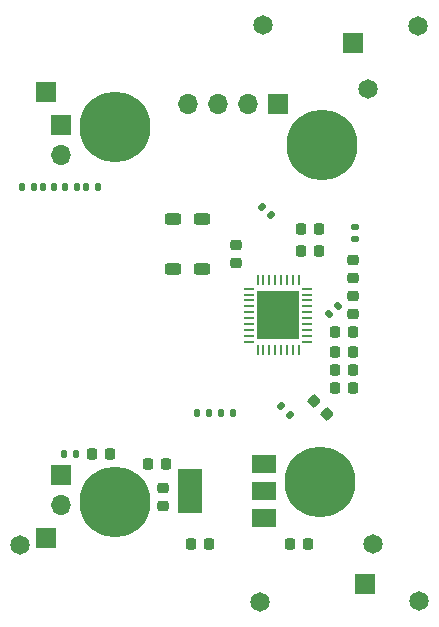
<source format=gbr>
%TF.GenerationSoftware,KiCad,Pcbnew,(6.0.0)*%
%TF.CreationDate,2022-03-11T17:00:34+01:00*%
%TF.ProjectId,CompactMotor,436f6d70-6163-4744-9d6f-746f722e6b69,rev?*%
%TF.SameCoordinates,Original*%
%TF.FileFunction,Soldermask,Bot*%
%TF.FilePolarity,Negative*%
%FSLAX46Y46*%
G04 Gerber Fmt 4.6, Leading zero omitted, Abs format (unit mm)*
G04 Created by KiCad (PCBNEW (6.0.0)) date 2022-03-11 17:00:34*
%MOMM*%
%LPD*%
G01*
G04 APERTURE LIST*
G04 Aperture macros list*
%AMRoundRect*
0 Rectangle with rounded corners*
0 $1 Rounding radius*
0 $2 $3 $4 $5 $6 $7 $8 $9 X,Y pos of 4 corners*
0 Add a 4 corners polygon primitive as box body*
4,1,4,$2,$3,$4,$5,$6,$7,$8,$9,$2,$3,0*
0 Add four circle primitives for the rounded corners*
1,1,$1+$1,$2,$3*
1,1,$1+$1,$4,$5*
1,1,$1+$1,$6,$7*
1,1,$1+$1,$8,$9*
0 Add four rect primitives between the rounded corners*
20,1,$1+$1,$2,$3,$4,$5,0*
20,1,$1+$1,$4,$5,$6,$7,0*
20,1,$1+$1,$6,$7,$8,$9,0*
20,1,$1+$1,$8,$9,$2,$3,0*%
G04 Aperture macros list end*
%ADD10RoundRect,0.147500X0.147500X0.172500X-0.147500X0.172500X-0.147500X-0.172500X0.147500X-0.172500X0*%
%ADD11C,1.650000*%
%ADD12C,6.000000*%
%ADD13R,1.700000X1.700000*%
%ADD14RoundRect,0.135000X-0.135000X-0.185000X0.135000X-0.185000X0.135000X0.185000X-0.135000X0.185000X0*%
%ADD15O,1.700000X1.700000*%
%ADD16RoundRect,0.135000X0.226274X0.035355X0.035355X0.226274X-0.226274X-0.035355X-0.035355X-0.226274X0*%
%ADD17RoundRect,0.225000X0.225000X0.250000X-0.225000X0.250000X-0.225000X-0.250000X0.225000X-0.250000X0*%
%ADD18RoundRect,0.225000X-0.225000X-0.250000X0.225000X-0.250000X0.225000X0.250000X-0.225000X0.250000X0*%
%ADD19RoundRect,0.225000X-0.250000X0.225000X-0.250000X-0.225000X0.250000X-0.225000X0.250000X0.225000X0*%
%ADD20R,2.000000X1.500000*%
%ADD21R,2.000000X3.800000*%
%ADD22RoundRect,0.250000X-0.450000X-0.250000X0.450000X-0.250000X0.450000X0.250000X-0.450000X0.250000X0*%
%ADD23RoundRect,0.135000X-0.185000X0.135000X-0.185000X-0.135000X0.185000X-0.135000X0.185000X0.135000X0*%
%ADD24RoundRect,0.062500X-0.362500X-0.062500X0.362500X-0.062500X0.362500X0.062500X-0.362500X0.062500X0*%
%ADD25RoundRect,0.062500X-0.062500X-0.362500X0.062500X-0.362500X0.062500X0.362500X-0.062500X0.362500X0*%
%ADD26R,3.600000X4.100000*%
%ADD27RoundRect,0.225000X0.335876X0.017678X0.017678X0.335876X-0.335876X-0.017678X-0.017678X-0.335876X0*%
%ADD28RoundRect,0.135000X0.035355X-0.226274X0.226274X-0.035355X-0.035355X0.226274X-0.226274X0.035355X0*%
%ADD29RoundRect,0.225000X0.250000X-0.225000X0.250000X0.225000X-0.250000X0.225000X-0.250000X-0.225000X0*%
G04 APERTURE END LIST*
D10*
%TO.C,D3*%
X3914000Y-9779000D03*
X2944000Y-9779000D03*
%TD*%
%TO.C,D2*%
X7597000Y-9779000D03*
X6627000Y-9779000D03*
%TD*%
%TO.C,D1*%
X19027000Y-28956000D03*
X18057000Y-28956000D03*
%TD*%
D11*
%TO.C,*%
X34798000Y-44831000D03*
%TD*%
D12*
%TO.C, *%
X26543000Y-6223000D03*
%TD*%
%TO.C, *%
X26416000Y-34798000D03*
%TD*%
%TO.C, *%
X9017000Y-4699000D03*
%TD*%
D11*
%TO.C,*%
X21336000Y-44958000D03*
%TD*%
%TO.C,*%
X1016000Y-40132000D03*
%TD*%
%TO.C,*%
X34671000Y3810000D03*
%TD*%
D12*
%TO.C, *%
X9017000Y-36449000D03*
%TD*%
D11*
%TO.C,*%
X21590000Y3937000D03*
%TD*%
%TO.C,REF\u002A\u002A*%
X30480000Y-1524000D03*
%TD*%
%TO.C,*%
X30861000Y-40005000D03*
%TD*%
D13*
%TO.C,J8*%
X3175000Y-39497000D03*
%TD*%
D14*
%TO.C,R1*%
X16000000Y-28956000D03*
X17020000Y-28956000D03*
%TD*%
D13*
%TO.C,J2*%
X4445000Y-4567000D03*
D15*
X4445000Y-7107000D03*
%TD*%
D14*
%TO.C,R6*%
X4697000Y-32385000D03*
X5717000Y-32385000D03*
%TD*%
D16*
%TO.C,R4*%
X23855624Y-29062624D03*
X23134376Y-28341376D03*
%TD*%
D17*
%TO.C,C9*%
X8649000Y-32385000D03*
X7099000Y-32385000D03*
%TD*%
D18*
%TO.C,C12*%
X24752000Y-15240000D03*
X26302000Y-15240000D03*
%TD*%
%TO.C,C2*%
X15481000Y-40005000D03*
X17031000Y-40005000D03*
%TD*%
D17*
%TO.C,C7*%
X29223000Y-23736000D03*
X27673000Y-23736000D03*
%TD*%
D19*
%TO.C,C10*%
X13081000Y-35293000D03*
X13081000Y-36843000D03*
%TD*%
D13*
%TO.C,J7*%
X3175000Y-1778000D03*
%TD*%
D20*
%TO.C,U2*%
X21692000Y-33260000D03*
D21*
X15392000Y-35560000D03*
D20*
X21692000Y-35560000D03*
X21692000Y-37860000D03*
%TD*%
D13*
%TO.C,J6*%
X30226000Y-43434000D03*
%TD*%
%TO.C,J1*%
X22860000Y-2794000D03*
D15*
X20320000Y-2794000D03*
X17780000Y-2794000D03*
X15240000Y-2794000D03*
%TD*%
D14*
%TO.C,R7*%
X4824000Y-9779000D03*
X5844000Y-9779000D03*
%TD*%
D17*
%TO.C,C11*%
X13348000Y-33274000D03*
X11798000Y-33274000D03*
%TD*%
D22*
%TO.C,SW1*%
X16383000Y-16764000D03*
X13983000Y-16764000D03*
X16383000Y-12464000D03*
X13983000Y-12464000D03*
%TD*%
D17*
%TO.C,C13*%
X26302000Y-13335000D03*
X24752000Y-13335000D03*
%TD*%
D23*
%TO.C,R2*%
X29337000Y-13206000D03*
X29337000Y-14226000D03*
%TD*%
D19*
%TO.C,C5*%
X29210000Y-19037000D03*
X29210000Y-20587000D03*
%TD*%
D24*
%TO.C,U3*%
X20410000Y-22900000D03*
X20410000Y-22400000D03*
X20410000Y-21900000D03*
X20410000Y-21400000D03*
X20410000Y-20900000D03*
X20410000Y-20400000D03*
X20410000Y-19900000D03*
X20410000Y-19400000D03*
X20410000Y-18900000D03*
X20410000Y-18400000D03*
D25*
X21110000Y-17700000D03*
X21610000Y-17700000D03*
X22110000Y-17700000D03*
X22610000Y-17700000D03*
X23110000Y-17700000D03*
X23610000Y-17700000D03*
X24110000Y-17700000D03*
X24610000Y-17700000D03*
D24*
X25310000Y-18400000D03*
X25310000Y-18900000D03*
X25310000Y-19400000D03*
X25310000Y-19900000D03*
X25310000Y-20400000D03*
X25310000Y-20900000D03*
X25310000Y-21400000D03*
X25310000Y-21900000D03*
X25310000Y-22400000D03*
X25310000Y-22900000D03*
D25*
X24610000Y-23600000D03*
X24110000Y-23600000D03*
X23610000Y-23600000D03*
X23110000Y-23600000D03*
X22610000Y-23600000D03*
X22110000Y-23600000D03*
X21610000Y-23600000D03*
X21110000Y-23600000D03*
D26*
X22860000Y-20650000D03*
%TD*%
D17*
%TO.C,C3*%
X29223000Y-22098000D03*
X27673000Y-22098000D03*
%TD*%
D13*
%TO.C,J5*%
X29210000Y2413000D03*
%TD*%
D16*
%TO.C,R5*%
X22225000Y-12192000D03*
X21503752Y-11470752D03*
%TD*%
D27*
%TO.C,C8*%
X26964008Y-28996008D03*
X25867992Y-27899992D03*
%TD*%
D14*
%TO.C,R8*%
X1141000Y-9779000D03*
X2161000Y-9779000D03*
%TD*%
D19*
%TO.C,C4*%
X19304000Y-14719000D03*
X19304000Y-16269000D03*
%TD*%
D17*
%TO.C,C14*%
X29223000Y-25260000D03*
X27673000Y-25260000D03*
%TD*%
D18*
%TO.C,C1*%
X23863000Y-40005000D03*
X25413000Y-40005000D03*
%TD*%
D28*
%TO.C,R3*%
X27198376Y-20553624D03*
X27919624Y-19832376D03*
%TD*%
D18*
%TO.C,C15*%
X27673000Y-26784000D03*
X29223000Y-26784000D03*
%TD*%
D29*
%TO.C,C6*%
X29210000Y-17539000D03*
X29210000Y-15989000D03*
%TD*%
D13*
%TO.C,J3*%
X4445000Y-34163000D03*
D15*
X4445000Y-36703000D03*
%TD*%
M02*

</source>
